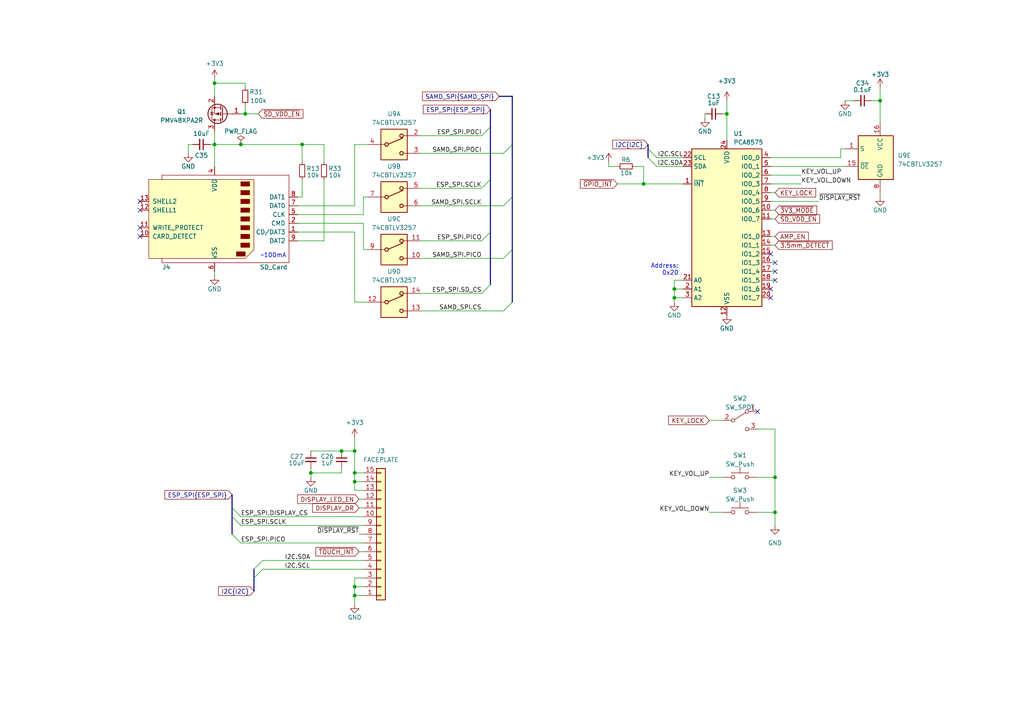
<source format=kicad_sch>
(kicad_sch (version 20230121) (generator eeschema)
  (paper "A4")
  (title_block (title "gay ipod storage + usb interface") (date "2022-09-04") (rev "1"))
  (lib_symbols
    (symbol "74xx:74CBTLV3257"
      (property "Reference" "U" (at 17.78 1.27 0))
      (property "Value" "74CBTLV3257" (at 15.24 -1.27 0))
      (symbol "74CBTLV3257_1_1"
        (rectangle (start -3.81 4.445) (end 3.81 -4.445) (stroke (width 0.254)) (fill (type background)))
        (circle (center -2.159 0) (radius 0.508) (stroke (width 0.254)))
        (polyline (pts (xy -5.08 0) (xy -2.794 0)))
        (polyline (pts (xy -1.651 0.127) (xy 2.54 1.905)) (stroke (width 0.254)))
        (polyline (pts (xy 5.08 -2.54) (xy 2.794 -2.54)))
        (polyline (pts (xy 5.08 2.54) (xy 2.794 2.54)))
        (circle (center 2.159 -2.54) (radius 0.508) (stroke (width 0.254)))
        (circle (center 2.159 2.54) (radius 0.508) (stroke (width 0.254)))
        (pin passive line (at 7.62 2.54 180) (length 2.54) (name "~") (number "2"))
        (pin passive line (at 7.62 -2.54 180) (length 2.54) (name "~") (number "3"))
        (pin passive line (at -7.62 0 0) (length 2.54) (name "~") (number "4"))
      )
      (symbol "74CBTLV3257_2_1"
        (rectangle (start -3.81 4.445) (end 3.81 -4.445) (stroke (width 0.254)) (fill (type background)))
        (circle (center -2.159 0) (radius 0.508) (stroke (width 0.254)))
        (polyline (pts (xy -5.08 0) (xy -2.794 0)))
        (polyline (pts (xy -1.651 0.127) (xy 2.54 1.905)) (stroke (width 0.254)))
        (polyline (pts (xy 5.08 -2.54) (xy 2.794 -2.54)))
        (polyline (pts (xy 5.08 2.54) (xy 2.794 2.54)))
        (circle (center 2.159 -2.54) (radius 0.508) (stroke (width 0.254)))
        (circle (center 2.159 2.54) (radius 0.508) (stroke (width 0.254)))
        (pin passive line (at 7.62 2.54 180) (length 2.54) (name "~") (number "5"))
        (pin passive line (at 7.62 -2.54 180) (length 2.54) (name "~") (number "6"))
        (pin passive line (at -7.62 0 0) (length 2.54) (name "~") (number "7"))
      )
      (symbol "74CBTLV3257_3_1"
        (rectangle (start -3.81 4.445) (end 3.81 -4.445) (stroke (width 0.254)) (fill (type background)))
        (circle (center -2.159 0) (radius 0.508) (stroke (width 0.254)))
        (polyline (pts (xy -5.08 0) (xy -2.794 0)))
        (polyline (pts (xy -1.651 0.127) (xy 2.54 1.905)) (stroke (width 0.254)))
        (polyline (pts (xy 5.08 -2.54) (xy 2.794 -2.54)))
        (polyline (pts (xy 5.08 2.54) (xy 2.794 2.54)))
        (circle (center 2.159 -2.54) (radius 0.508) (stroke (width 0.254)))
        (circle (center 2.159 2.54) (radius 0.508) (stroke (width 0.254)))
        (pin passive line (at 7.62 -2.54 180) (length 2.54) (name "~") (number "10"))
        (pin passive line (at 7.62 2.54 180) (length 2.54) (name "~") (number "11"))
        (pin passive line (at -7.62 0 0) (length 2.54) (name "~") (number "9"))
      )
      (symbol "74CBTLV3257_4_1"
        (rectangle (start -3.81 4.445) (end 3.81 -4.445) (stroke (width 0.254)) (fill (type background)))
        (circle (center -2.159 0) (radius 0.508) (stroke (width 0.254)))
        (polyline (pts (xy -5.08 0) (xy -2.794 0)))
        (polyline (pts (xy -1.651 0.127) (xy 2.54 1.905)) (stroke (width 0.254)))
        (polyline (pts (xy 5.08 -2.54) (xy 2.794 -2.54)))
        (polyline (pts (xy 5.08 2.54) (xy 2.794 2.54)))
        (circle (center 2.159 -2.54) (radius 0.508) (stroke (width 0.254)))
        (circle (center 2.159 2.54) (radius 0.508) (stroke (width 0.254)))
        (pin passive line (at -7.62 0 0) (length 2.54) (name "~") (number "12"))
        (pin passive line (at 7.62 -2.54 180) (length 2.54) (name "~") (number "13"))
        (pin passive line (at 7.62 2.54 180) (length 2.54) (name "~") (number "14"))
      )
      (symbol "74CBTLV3257_5_1"
        (rectangle (start 3.81 6.35) (end -6.35 -6.35) (stroke (width 0.254)) (fill (type background)))
        (pin input line (at -10.16 2.54 0) (length 3.81) (name "S") (number "1"))
        (pin input line (at -10.16 -2.54 0) (length 3.81) (name "~{OE}") (number "15"))
        (pin power_in line (at 0 10.16 270) (length 3.81) (name "VCC") (number "16"))
        (pin power_in line (at 0 -10.16 90) (length 3.81) (name "GND") (number "8"))
      )
    )
    (symbol "Connector_Generic:Conn_01x15" (pin_names (offset 1.016) hide)
      (property "Reference" "J" (at 0 20.32 0))
      (property "Value" "Conn_01x15" (at 0 -20.32 0))
      (symbol "Conn_01x15_1_1"
        (rectangle (start -1.27 -17.653) (end 0 -17.907) (stroke (width 0.1524)))
        (rectangle (start -1.27 -15.113) (end 0 -15.367) (stroke (width 0.1524)))
        (rectangle (start -1.27 -12.573) (end 0 -12.827) (stroke (width 0.1524)))
        (rectangle (start -1.27 -10.033) (end 0 -10.287) (stroke (width 0.1524)))
        (rectangle (start -1.27 -7.493) (end 0 -7.747) (stroke (width 0.1524)))
        (rectangle (start -1.27 -4.953) (end 0 -5.207) (stroke (width 0.1524)))
        (rectangle (start -1.27 -2.413) (end 0 -2.667) (stroke (width 0.1524)))
        (rectangle (start -1.27 0.127) (end 0 -0.127) (stroke (width 0.1524)))
        (rectangle (start -1.27 2.667) (end 0 2.413) (stroke (width 0.1524)))
        (rectangle (start -1.27 5.207) (end 0 4.953) (stroke (width 0.1524)))
        (rectangle (start -1.27 7.747) (end 0 7.493) (stroke (width 0.1524)))
        (rectangle (start -1.27 10.287) (end 0 10.033) (stroke (width 0.1524)))
        (rectangle (start -1.27 12.827) (end 0 12.573) (stroke (width 0.1524)))
        (rectangle (start -1.27 15.367) (end 0 15.113) (stroke (width 0.1524)))
        (rectangle (start -1.27 17.907) (end 0 17.653) (stroke (width 0.1524)))
        (rectangle (start -1.27 19.05) (end 1.27 -19.05) (stroke (width 0.254)) (fill (type background)))
        (pin passive line (at -5.08 17.78 0) (length 3.81) (name "Pin_1") (number "1"))
        (pin passive line (at -5.08 -5.08 0) (length 3.81) (name "Pin_10") (number "10"))
        (pin passive line (at -5.08 -7.62 0) (length 3.81) (name "Pin_11") (number "11"))
        (pin passive line (at -5.08 -10.16 0) (length 3.81) (name "Pin_12") (number "12"))
        (pin passive line (at -5.08 -12.7 0) (length 3.81) (name "Pin_13") (number "13"))
        (pin passive line (at -5.08 -15.24 0) (length 3.81) (name "Pin_14") (number "14"))
        (pin passive line (at -5.08 -17.78 0) (length 3.81) (name "Pin_15") (number "15"))
        (pin passive line (at -5.08 15.24 0) (length 3.81) (name "Pin_2") (number "2"))
        (pin passive line (at -5.08 12.7 0) (length 3.81) (name "Pin_3") (number "3"))
        (pin passive line (at -5.08 10.16 0) (length 3.81) (name "Pin_4") (number "4"))
        (pin passive line (at -5.08 7.62 0) (length 3.81) (name "Pin_5") (number "5"))
        (pin passive line (at -5.08 5.08 0) (length 3.81) (name "Pin_6") (number "6"))
        (pin passive line (at -5.08 2.54 0) (length 3.81) (name "Pin_7") (number "7"))
        (pin passive line (at -5.08 0 0) (length 3.81) (name "Pin_8") (number "8"))
        (pin passive line (at -5.08 -2.54 0) (length 3.81) (name "Pin_9") (number "9"))
      )
    )
    (symbol "Device:C_Small" (pin_numbers hide) (pin_names (offset 0.254) hide)
      (property "Reference" "C" (at 0.254 1.778 0))
      (property "Value" "C_Small" (at 0.254 -2.032 0))
      (symbol "C_Small_0_1"
        (polyline (pts (xy -1.524 -0.508) (xy 1.524 -0.508)) (stroke (width 0.3302)))
        (polyline (pts (xy -1.524 0.508) (xy 1.524 0.508)) (stroke (width 0.3048)))
      )
      (symbol "C_Small_1_1"
        (pin passive line (at 0 2.54 270) (length 2.032) (name "~") (number "1"))
        (pin passive line (at 0 -2.54 90) (length 2.032) (name "~") (number "2"))
      )
    )
    (symbol "Device:Q_PMOS_GSD" (pin_names (offset 0) hide)
      (property "Reference" "Q" (at 5.08 1.27 0))
      (property "Value" "Q_PMOS_GSD" (at 5.08 -1.27 0))
      (symbol "Q_PMOS_GSD_0_1"
        (polyline (pts (xy 0.254 0) (xy -2.54 0)))
        (polyline (pts (xy 0.254 1.905) (xy 0.254 -1.905)) (stroke (width 0.254)))
        (polyline (pts (xy 0.762 -1.27) (xy 0.762 -2.286)) (stroke (width 0.254)))
        (polyline (pts (xy 0.762 0.508) (xy 0.762 -0.508)) (stroke (width 0.254)))
        (polyline (pts (xy 0.762 2.286) (xy 0.762 1.27)) (stroke (width 0.254)))
        (polyline (pts (xy 2.54 2.54) (xy 2.54 1.778)))
        (polyline (pts (xy 2.54 -2.54) (xy 2.54 0) (xy 0.762 0)))
        (polyline (pts (xy 0.762 1.778) (xy 3.302 1.778) (xy 3.302 -1.778) (xy 0.762 -1.778)))
        (polyline (pts (xy 2.286 0) (xy 1.27 0.381) (xy 1.27 -0.381) (xy 2.286 0)) (fill (type outline)))
        (polyline (pts (xy 2.794 -0.508) (xy 2.921 -0.381) (xy 3.683 -0.381) (xy 3.81 -0.254)))
        (polyline (pts (xy 3.302 -0.381) (xy 2.921 0.254) (xy 3.683 0.254) (xy 3.302 -0.381)))
        (circle (center 1.651 0) (radius 2.794) (stroke (width 0.254)))
        (circle (center 2.54 -1.778) (radius 0.254) (fill (type outline)))
        (circle (center 2.54 1.778) (radius 0.254) (fill (type outline)))
      )
      (symbol "Q_PMOS_GSD_1_1"
        (pin input line (at -5.08 0 0) (length 2.54) (name "G") (number "1"))
        (pin passive line (at 2.54 -5.08 90) (length 2.54) (name "S") (number "2"))
        (pin passive line (at 2.54 5.08 270) (length 2.54) (name "D") (number "3"))
      )
    )
    (symbol "Device:R_Small" (pin_numbers hide) (pin_names (offset 0.254) hide)
      (property "Reference" "R" (at 0.762 0.508 0))
      (property "Value" "R_Small" (at 0.762 -1.016 0))
      (symbol "R_Small_0_1"
        (rectangle (start -0.762 1.778) (end 0.762 -1.778) (stroke (width 0.2032)))
      )
      (symbol "R_Small_1_1"
        (pin passive line (at 0 2.54 270) (length 0.762) (name "~") (number "1"))
        (pin passive line (at 0 -2.54 90) (length 0.762) (name "~") (number "2"))
      )
    )
    (symbol "Interface_Expansion:PCA9555D"
      (property "Reference" "U" (at -8.89 24.13 0))
      (property "Value" "PCA9555D" (at 6.35 24.13 0))
      (symbol "PCA9555D_0_1"
        (rectangle (start -10.16 22.86) (end 10.16 -22.86) (stroke (width 0.254)) (fill (type background)))
      )
      (symbol "PCA9555D_1_1"
        (pin open_collector line (at -12.7 12.7 0) (length 2.54) (name "~{INT}") (number "1"))
        (pin bidirectional line (at 12.7 5.08 180) (length 2.54) (name "IO0_6") (number "10"))
        (pin bidirectional line (at 12.7 2.54 180) (length 2.54) (name "IO0_7") (number "11"))
        (pin power_in line (at 0 -25.4 90) (length 2.54) (name "VSS") (number "12"))
        (pin bidirectional line (at 12.7 -2.54 180) (length 2.54) (name "IO1_0") (number "13"))
        (pin bidirectional line (at 12.7 -5.08 180) (length 2.54) (name "IO1_1") (number "14"))
        (pin bidirectional line (at 12.7 -7.62 180) (length 2.54) (name "IO1_2") (number "15"))
        (pin bidirectional line (at 12.7 -10.16 180) (length 2.54) (name "IO1_3") (number "16"))
        (pin bidirectional line (at 12.7 -12.7 180) (length 2.54) (name "IO1_4") (number "17"))
        (pin bidirectional line (at 12.7 -15.24 180) (length 2.54) (name "IO1_5") (number "18"))
        (pin bidirectional line (at 12.7 -17.78 180) (length 2.54) (name "IO1_6") (number "19"))
        (pin input line (at -12.7 -17.78 0) (length 2.54) (name "A1") (number "2"))
        (pin bidirectional line (at 12.7 -20.32 180) (length 2.54) (name "IO1_7") (number "20"))
        (pin input line (at -12.7 -15.24 0) (length 2.54) (name "A0") (number "21"))
        (pin input line (at -12.7 20.32 0) (length 2.54) (name "SCL") (number "22"))
        (pin bidirectional line (at -12.7 17.78 0) (length 2.54) (name "SDA") (number "23"))
        (pin power_in line (at 0 25.4 270) (length 2.54) (name "VDD") (number "24"))
        (pin input line (at -12.7 -20.32 0) (length 2.54) (name "A2") (number "3"))
        (pin bidirectional line (at 12.7 20.32 180) (length 2.54) (name "IO0_0") (number "4"))
        (pin bidirectional line (at 12.7 17.78 180) (length 2.54) (name "IO0_1") (number "5"))
        (pin bidirectional line (at 12.7 15.24 180) (length 2.54) (name "IO0_2") (number "6"))
        (pin bidirectional line (at 12.7 12.7 180) (length 2.54) (name "IO0_3") (number "7"))
        (pin bidirectional line (at 12.7 10.16 180) (length 2.54) (name "IO0_4") (number "8"))
        (pin bidirectional line (at 12.7 7.62 180) (length 2.54) (name "IO0_5") (number "9"))
      )
    )
    (symbol "Switch:SW_Push" (pin_numbers hide) (pin_names (offset 1.016) hide)
      (property "Reference" "SW" (at 1.27 2.54 0))
      (property "Value" "SW_Push" (at 0 -1.524 0))
      (symbol "SW_Push_0_1"
        (circle (center -2.032 0) (radius 0.508))
        (polyline (pts (xy 0 1.27) (xy 0 3.048)))
        (polyline (pts (xy 2.54 1.27) (xy -2.54 1.27)))
        (circle (center 2.032 0) (radius 0.508))
        (pin passive line (at -5.08 0 0) (length 2.54) (name "1") (number "1"))
        (pin passive line (at 5.08 0 180) (length 2.54) (name "2") (number "2"))
      )
    )
    (symbol "Switch:SW_SPDT" (pin_names (offset 0) hide)
      (property "Reference" "SW" (at 0 4.318 0))
      (property "Value" "SW_SPDT" (at 0 -5.08 0))
      (symbol "SW_SPDT_0_0"
        (circle (center -2.032 0) (radius 0.508))
        (circle (center 2.032 -2.54) (radius 0.508))
      )
      (symbol "SW_SPDT_0_1"
        (polyline (pts (xy -1.524 0.254) (xy 1.651 2.286)))
        (circle (center 2.032 2.54) (radius 0.508))
      )
      (symbol "SW_SPDT_1_1"
        (pin passive line (at 5.08 2.54 180) (length 2.54) (name "A") (number "1"))
        (pin passive line (at -5.08 0 0) (length 2.54) (name "B") (number "2"))
        (pin passive line (at 5.08 -2.54 180) (length 2.54) (name "C") (number "3"))
      )
    )
    (symbol "power:+3V3" (power) (pin_names (offset 0))
      (property "Value" "+3V3" (at 0 3.556 0))
      (symbol "+3V3_0_1"
        (polyline (pts (xy -0.762 1.27) (xy 0 2.54)))
        (polyline (pts (xy 0 0) (xy 0 2.54)))
        (polyline (pts (xy 0 2.54) (xy 0.762 1.27)))
      )
      (symbol "+3V3_1_1"
        (pin power_in line (at 0 0 90) (length 0) hide (name "+3V3") (number "1"))
      )
    )
    (symbol "power:GND" (power) (pin_names (offset 0))
      (property "Value" "GND" (at 0 -3.81 0))
      (symbol "GND_0_1"
        (polyline (pts (xy 0 0) (xy 0 -1.27) (xy 1.27 -1.27) (xy 0 -2.54) (xy -1.27 -1.27) (xy 0 -1.27)))
      )
      (symbol "GND_1_1"
        (pin power_in line (at 0 0 270) (length 0) hide (name "GND") (number "1"))
      )
    )
    (symbol "power:PWR_FLAG" (power) (pin_numbers hide) (pin_names (offset 0) hide)
      (property "Value" "PWR_FLAG" (at 0 3.81 0))
      (symbol "PWR_FLAG_0_0"
        (pin power_out line (at 0 0 90) (length 0) (name "pwr") (number "1"))
      )
      (symbol "PWR_FLAG_0_1"
        (polyline (pts (xy 0 0) (xy 0 1.27) (xy -1.016 1.905) (xy 0 2.54) (xy 1.016 1.905) (xy 0 1.27)))
      )
    )
    (symbol "symbols:SD_Card" (pin_names (offset 1.016))
      (property "Reference" "J" (at -16.51 13.97 0))
      (property "Value" "SD_Card" (at 15.24 -13.97 0))
      (symbol "SD_Card_0_1"
        (rectangle (start -8.89 -9.525) (end -6.35 -10.795) (fill (type outline)))
        (rectangle (start -8.89 -6.985) (end -6.35 -8.255) (fill (type outline)))
        (rectangle (start -8.89 -4.445) (end -6.35 -5.715) (fill (type outline)))
        (rectangle (start -8.89 -1.905) (end -6.35 -3.175) (fill (type outline)))
        (rectangle (start -8.89 0.635) (end -6.35 -0.635) (fill (type outline)))
        (rectangle (start -8.89 3.175) (end -6.35 1.905) (fill (type outline)))
        (rectangle (start -8.89 5.715) (end -6.35 4.445) (fill (type outline)))
        (rectangle (start -8.89 8.255) (end -6.35 6.985) (fill (type outline)))
        (rectangle (start -7.62 10.795) (end -5.08 9.525) (fill (type outline)))
        (polyline (pts (xy -10.16 8.89) (xy -7.62 11.43) (xy 20.32 11.43) (xy 20.32 -11.43) (xy -10.16 -11.43) (xy -10.16 8.89)) (fill (type background)))
        (polyline (pts (xy 16.51 11.43) (xy 16.51 12.7) (xy -20.32 12.7) (xy -20.32 -12.7) (xy 16.51 -12.7) (xy 16.51 -11.43)))
      )
      (symbol "SD_Card_1_1"
        (pin input line (at -22.86 3.81 0) (length 2.54) (name "CD/DAT3") (number "1"))
        (pin input line (at 22.86 5.08 180) (length 2.54) (name "CARD_DETECT") (number "10"))
        (pin input line (at 22.86 2.54 180) (length 2.54) (name "WRITE_PROTECT") (number "11"))
        (pin input line (at 22.86 -2.54 180) (length 2.54) (name "SHELL1") (number "12"))
        (pin input line (at 22.86 -5.08 180) (length 2.54) (name "SHELL2") (number "13"))
        (pin input line (at -22.86 1.27 0) (length 2.54) (name "CMD") (number "2"))
        (pin power_in line (at 1.27 15.24 270) (length 2.54) hide (name "VSS") (number "3"))
        (pin power_in line (at 1.27 -15.24 90) (length 2.54) (name "VDD") (number "4"))
        (pin input line (at -22.86 -1.27 0) (length 2.54) (name "CLK") (number "5"))
        (pin power_in line (at 1.27 15.24 270) (length 2.54) (name "VSS") (number "6"))
        (pin input line (at -22.86 -3.81 0) (length 2.54) (name "DAT0") (number "7"))
        (pin input line (at -22.86 -6.35 0) (length 2.54) (name "DAT1") (number "8"))
        (pin input line (at -22.86 6.35 0) (length 2.54) (name "DAT2") (number "9"))
      )
    )
  )
  (junction (at 195.58 86.36))
  (junction (at 102.87 139.7))
  (junction (at 99.06 130.81))
  (junction (at 102.87 170.18))
  (junction (at 62.23 24.13))
  (junction (at 102.87 172.72))
  (junction (at 255.27 29.21))
  (junction (at 69.85 41.91))
  (junction (at 224.79 148.59))
  (junction (at 102.87 137.16))
  (junction (at 210.82 33.02))
  (junction (at 87.63 41.91))
  (junction (at 195.58 83.82))
  (junction (at 62.23 41.91))
  (junction (at 224.79 138.43))
  (junction (at 71.12 33.02))
  (junction (at 90.17 137.16))
  (junction (at 102.87 130.81))
  (junction (at 186.69 53.34))
  (no_connect (at 224.79 76.2))
  (no_connect (at 224.79 78.74))
  (no_connect (at 40.64 58.42))
  (no_connect (at 40.64 66.04))
  (no_connect (at 224.79 81.28))
  (no_connect (at 223.52 86.36))
  (no_connect (at 40.64 68.58))
  (no_connect (at 223.52 73.66))
  (no_connect (at 219.71 119.38))
  (no_connect (at 40.64 60.96))
  (no_connect (at 223.52 83.82))
  (bus_entry (at 69.85 152.4) (size -2.54 -2.54))
  (bus_entry (at 187.96 43.18) (size 2.54 2.54))
  (bus_entry (at 139.7 69.85) (size 2.54 -2.54))
  (bus_entry (at 139.7 85.09) (size 2.54 -2.54))
  (bus_entry (at 139.7 39.37) (size 2.54 -2.54))
  (bus_entry (at 139.7 54.61) (size 2.54 -2.54))
  (bus_entry (at 187.96 45.72) (size 2.54 2.54))
  (bus_entry (at 146.05 44.45) (size 2.54 -2.54))
  (bus_entry (at 146.05 74.93) (size 2.54 -2.54))
  (bus_entry (at 146.05 59.69) (size 2.54 -2.54))
  (bus_entry (at 69.85 157.48) (size -2.54 -2.54))
  (bus_entry (at 73.66 165.1) (size 2.54 -2.54))
  (bus_entry (at 73.66 167.64) (size 2.54 -2.54))
  (bus_entry (at 146.05 90.17) (size 2.54 -2.54))
  (bus_entry (at 69.85 149.86) (size -2.54 -2.54))
  (wire (pts (xy 195.58 83.82) (xy 195.58 86.36)))
  (wire (pts (xy 195.58 86.36) (xy 195.58 87.63)))
  (bus (pts (xy 67.31 147.32) (xy 67.31 149.86)))
  (wire (pts (xy 224.79 138.43) (xy 224.79 148.59)))
  (wire (pts (xy 69.85 149.86) (xy 105.41 149.86)))
  (wire (pts (xy 219.71 124.46) (xy 224.79 124.46)))
  (wire (pts (xy 237.49 58.42) (xy 223.52 58.42)))
  (bus (pts (xy 144.78 27.94) (xy 148.59 27.94)))
  (wire (pts (xy 90.17 130.81) (xy 99.06 130.81)))
  (wire (pts (xy 54.61 41.91) (xy 54.61 44.45)))
  (wire (pts (xy 102.87 172.72) (xy 105.41 172.72)))
  (bus (pts (xy 73.66 165.1) (xy 73.66 167.64)))
  (wire (pts (xy 62.23 80.01) (xy 62.23 78.74)))
  (wire (pts (xy 255.27 25.4) (xy 255.27 29.21)))
  (wire (pts (xy 210.82 29.21) (xy 210.82 33.02)))
  (wire (pts (xy 102.87 41.91) (xy 102.87 59.69)))
  (wire (pts (xy 74.93 33.02) (xy 71.12 33.02)))
  (wire (pts (xy 104.14 147.32) (xy 105.41 147.32)))
  (wire (pts (xy 186.69 48.26) (xy 186.69 53.34)))
  (wire (pts (xy 87.63 41.91) (xy 93.98 41.91)))
  (bus (pts (xy 142.24 36.83) (xy 142.24 52.07)))
  (wire (pts (xy 224.79 78.74) (xy 223.52 78.74)))
  (wire (pts (xy 243.84 45.72) (xy 243.84 43.18)))
  (wire (pts (xy 71.12 30.48) (xy 71.12 33.02)))
  (wire (pts (xy 224.79 124.46) (xy 224.79 138.43)))
  (wire (pts (xy 184.15 48.26) (xy 186.69 48.26)))
  (wire (pts (xy 223.52 53.34) (xy 232.41 53.34)))
  (wire (pts (xy 179.07 53.34) (xy 186.69 53.34)))
  (wire (pts (xy 87.63 41.91) (xy 87.63 46.99)))
  (wire (pts (xy 105.41 64.77) (xy 105.41 72.39)))
  (wire (pts (xy 102.87 175.26) (xy 102.87 172.72)))
  (wire (pts (xy 69.85 152.4) (xy 105.41 152.4)))
  (wire (pts (xy 190.5 48.26) (xy 198.12 48.26)))
  (wire (pts (xy 102.87 170.18) (xy 102.87 172.72)))
  (wire (pts (xy 99.06 137.16) (xy 90.17 137.16)))
  (wire (pts (xy 102.87 67.31) (xy 102.87 87.63)))
  (wire (pts (xy 121.92 90.17) (xy 146.05 90.17)))
  (wire (pts (xy 176.53 48.26) (xy 179.07 48.26)))
  (wire (pts (xy 86.36 59.69) (xy 102.87 59.69)))
  (wire (pts (xy 224.79 60.96) (xy 223.52 60.96)))
  (bus (pts (xy 142.24 67.31) (xy 142.24 82.55)))
  (wire (pts (xy 198.12 83.82) (xy 195.58 83.82)))
  (wire (pts (xy 198.12 81.28) (xy 195.58 81.28)))
  (wire (pts (xy 219.71 138.43) (xy 224.79 138.43)))
  (wire (pts (xy 209.55 33.02) (xy 210.82 33.02)))
  (bus (pts (xy 148.59 27.94) (xy 148.59 41.91)))
  (wire (pts (xy 62.23 38.1) (xy 62.23 41.91)))
  (wire (pts (xy 105.41 72.39) (xy 106.68 72.39)))
  (wire (pts (xy 99.06 135.89) (xy 99.06 137.16)))
  (bus (pts (xy 187.96 41.91) (xy 187.96 43.18)))
  (wire (pts (xy 104.14 154.94) (xy 105.41 154.94)))
  (wire (pts (xy 102.87 87.63) (xy 106.68 87.63)))
  (wire (pts (xy 224.79 71.12) (xy 223.52 71.12)))
  (wire (pts (xy 69.85 41.91) (xy 87.63 41.91)))
  (wire (pts (xy 224.79 76.2) (xy 223.52 76.2)))
  (wire (pts (xy 224.79 63.5) (xy 223.52 63.5)))
  (wire (pts (xy 245.11 29.21) (xy 247.65 29.21)))
  (wire (pts (xy 90.17 138.43) (xy 90.17 137.16)))
  (wire (pts (xy 223.52 50.8) (xy 232.41 50.8)))
  (wire (pts (xy 105.41 62.23) (xy 105.41 57.15)))
  (wire (pts (xy 62.23 22.86) (xy 62.23 24.13)))
  (wire (pts (xy 243.84 43.18) (xy 245.11 43.18)))
  (wire (pts (xy 223.52 45.72) (xy 243.84 45.72)))
  (wire (pts (xy 121.92 85.09) (xy 139.7 85.09)))
  (wire (pts (xy 102.87 137.16) (xy 105.41 137.16)))
  (wire (pts (xy 186.69 53.34) (xy 198.12 53.34)))
  (wire (pts (xy 121.92 69.85) (xy 139.7 69.85)))
  (wire (pts (xy 62.23 24.13) (xy 62.23 27.94)))
  (wire (pts (xy 121.92 44.45) (xy 146.05 44.45)))
  (wire (pts (xy 104.14 160.02) (xy 105.41 160.02)))
  (wire (pts (xy 76.2 165.1) (xy 105.41 165.1)))
  (bus (pts (xy 187.96 43.18) (xy 187.96 45.72)))
  (wire (pts (xy 60.96 41.91) (xy 62.23 41.91)))
  (wire (pts (xy 204.47 33.02) (xy 204.47 34.29)))
  (wire (pts (xy 176.53 46.99) (xy 176.53 48.26)))
  (wire (pts (xy 93.98 46.99) (xy 93.98 41.91)))
  (wire (pts (xy 62.23 41.91) (xy 69.85 41.91)))
  (wire (pts (xy 224.79 68.58) (xy 223.52 68.58)))
  (bus (pts (xy 148.59 57.15) (xy 148.59 72.39)))
  (wire (pts (xy 71.12 25.4) (xy 71.12 24.13)))
  (wire (pts (xy 102.87 142.24) (xy 102.87 139.7)))
  (wire (pts (xy 255.27 29.21) (xy 255.27 35.56)))
  (wire (pts (xy 90.17 137.16) (xy 90.17 135.89)))
  (wire (pts (xy 105.41 139.7) (xy 102.87 139.7)))
  (wire (pts (xy 255.27 57.15) (xy 255.27 55.88)))
  (wire (pts (xy 55.88 41.91) (xy 54.61 41.91)))
  (wire (pts (xy 121.92 74.93) (xy 146.05 74.93)))
  (bus (pts (xy 67.31 149.86) (xy 67.31 154.94)))
  (bus (pts (xy 142.24 31.75) (xy 142.24 36.83)))
  (wire (pts (xy 76.2 162.56) (xy 105.41 162.56)))
  (wire (pts (xy 121.92 59.69) (xy 146.05 59.69)))
  (wire (pts (xy 87.63 52.07) (xy 87.63 57.15)))
  (wire (pts (xy 210.82 33.02) (xy 210.82 40.64)))
  (wire (pts (xy 71.12 33.02) (xy 69.85 33.02)))
  (wire (pts (xy 71.12 24.13) (xy 62.23 24.13)))
  (bus (pts (xy 142.24 52.07) (xy 142.24 67.31)))
  (wire (pts (xy 104.14 144.78) (xy 105.41 144.78)))
  (wire (pts (xy 93.98 52.07) (xy 93.98 69.85)))
  (wire (pts (xy 106.68 41.91) (xy 102.87 41.91)))
  (wire (pts (xy 86.36 57.15) (xy 87.63 57.15)))
  (wire (pts (xy 102.87 130.81) (xy 99.06 130.81)))
  (wire (pts (xy 102.87 127) (xy 102.87 130.81)))
  (wire (pts (xy 86.36 64.77) (xy 105.41 64.77)))
  (wire (pts (xy 105.41 142.24) (xy 102.87 142.24)))
  (wire (pts (xy 252.73 29.21) (xy 255.27 29.21)))
  (wire (pts (xy 102.87 167.64) (xy 102.87 170.18)))
  (wire (pts (xy 86.36 67.31) (xy 102.87 67.31)))
  (wire (pts (xy 121.92 39.37) (xy 139.7 39.37)))
  (wire (pts (xy 121.92 54.61) (xy 139.7 54.61)))
  (bus (pts (xy 67.31 143.51) (xy 67.31 147.32)))
  (wire (pts (xy 86.36 62.23) (xy 105.41 62.23)))
  (wire (pts (xy 190.5 45.72) (xy 198.12 45.72)))
  (wire (pts (xy 105.41 57.15) (xy 106.68 57.15)))
  (wire (pts (xy 224.79 81.28) (xy 223.52 81.28)))
  (wire (pts (xy 219.71 148.59) (xy 224.79 148.59)))
  (bus (pts (xy 73.66 167.64) (xy 73.66 171.45)))
  (wire (pts (xy 62.23 48.26) (xy 62.23 41.91)))
  (wire (pts (xy 102.87 139.7) (xy 102.87 137.16)))
  (wire (pts (xy 198.12 86.36) (xy 195.58 86.36)))
  (wire (pts (xy 224.79 148.59) (xy 224.79 152.4)))
  (wire (pts (xy 195.58 81.28) (xy 195.58 83.82)))
  (wire (pts (xy 102.87 130.81) (xy 102.87 137.16)))
  (wire (pts (xy 205.74 138.43) (xy 209.55 138.43)))
  (wire (pts (xy 223.52 48.26) (xy 245.11 48.26)))
  (bus (pts (xy 148.59 41.91) (xy 148.59 57.15)))
  (wire (pts (xy 224.79 55.88) (xy 223.52 55.88)))
  (wire (pts (xy 105.41 170.18) (xy 102.87 170.18)))
  (wire (pts (xy 86.36 69.85) (xy 93.98 69.85)))
  (wire (pts (xy 105.41 167.64) (xy 102.87 167.64)))
  (wire (pts (xy 205.74 148.59) (xy 209.55 148.59)))
  (bus (pts (xy 148.59 72.39) (xy 148.59 87.63)))
  (wire (pts (xy 69.85 157.48) (xy 105.41 157.48)))
  (wire (pts (xy 205.74 121.92) (xy 209.55 121.92)))
  (text "~100mA" (at 75.565 74.93 0) (effects (font (size 1.27 1.27)) (justify left bottom)))
  (text "Address:\n0x20" (at 196.85 80.01 0) (effects (font (size 1.27 1.27)) (justify right bottom)))
  (label "SAMD_SPI.POCI" (at 139.7 44.45 180))
  (label "I2C.SDA" (at 82.55 162.56 0))
  (label "I2C.SCL" (at 198.12 45.72 180))
  (label "SAMD_SPI.PICO" (at 139.7 74.93 180))
  (label "ESP_SPI.PICO" (at 139.7 69.85 180))
  (label "ESP_SPI.SD_CS" (at 139.7 85.09 180))
  (label "ESP_SPI.POCI" (at 139.7 39.37 180))
  (label "ESP_SPI.PICO" (at 69.85 157.48 0))
  (label "KEY_VOL_UP" (at 205.74 138.43 180) (property "Intersheetrefs" "${INTERSHEET_REFS}" (effects hide)))
  (label "SAMD_SPI.SCLK" (at 139.7 59.69 180))
  (label "~{DISPLAY_RST}" (at 104.14 154.94 180) (property "Intersheetrefs" "${INTERSHEET_REFS}" (effects hide)))
  (label "ESP_SPI.DISPLAY_CS" (at 69.85 149.86 0))
  (label "SAMD_SPI.CS" (at 139.7 90.17 180))
  (label "ESP_SPI.SCLK" (at 69.85 152.4 0))
  (label "KEY_VOL_UP" (at 232.41 50.8 0) (property "Intersheetrefs" "${INTERSHEET_REFS}" (effects hide)))
  (label "I2C.SDA" (at 198.12 48.26 180))
  (label "KEY_VOL_DOWN" (at 205.74 148.59 180) (property "Intersheetrefs" "${INTERSHEET_REFS}" (effects hide)))
  (label "KEY_VOL_DOWN" (at 232.41 53.34 0) (property "Intersheetrefs" "${INTERSHEET_REFS}" (effects hide)))
  (label "~{DISPLAY_RST}" (at 237.49 58.42 0) (property "Intersheetrefs" "${INTERSHEET_REFS}" (effects hide)))
  (label "ESP_SPI.SCLK" (at 139.7 54.61 180))
  (label "I2C.SCL" (at 82.55 165.1 0))
  (global_label "ESP_SPI{ESP_SPI}" (shape input) (at 142.24 31.75 180) (property "Intersheetrefs" "${INTERSHEET_REFS}" (effects hide)))
  (global_label "DISPLAY_LED_EN" (shape input) (at 104.14 144.78 180) (property "Intersheetrefs" "${INTERSHEET_REFS}" (effects hide)))
  (global_label "KEY_LOCK" (shape input) (at 205.74 121.92 180) (property "Intersheetrefs" "${INTERSHEET_REFS}" (effects hide)))
  (global_label "KEY_LOCK" (shape input) (at 224.79 55.88 0) (property "Intersheetrefs" "${INTERSHEET_REFS}" (effects hide)))
  (global_label "I2C{I2C}" (shape input) (at 73.66 171.45 180) (property "Intersheetrefs" "${INTERSHEET_REFS}" (effects hide)))
  (global_label "SAMD_SPI{SAMD_SPI}" (shape input) (at 144.78 27.94 180) (property "Intersheetrefs" "${INTERSHEET_REFS}" (effects hide)))
  (global_label "~{SD_VDD_EN}" (shape input) (at 74.93 33.02 0) (property "Intersheetrefs" "${INTERSHEET_REFS}" (effects hide)))
  (global_label "~{TOUCH_INT}" (shape input) (at 104.14 160.02 180) (property "Intersheetrefs" "${INTERSHEET_REFS}" (effects hide)))
  (global_label "I2C{I2C}" (shape input) (at 187.96 41.91 180) (property "Intersheetrefs" "${INTERSHEET_REFS}" (effects hide)))
  (global_label "~{SD_VDD_EN}" (shape input) (at 224.79 63.5 0) (property "Intersheetrefs" "${INTERSHEET_REFS}" (effects hide)))
  (global_label "ESP_SPI{ESP_SPI}" (shape input) (at 67.31 143.51 180) (property "Intersheetrefs" "${INTERSHEET_REFS}" (effects hide)))
  (global_label "DISPLAY_DR" (shape input) (at 104.14 147.32 180) (property "Intersheetrefs" "${INTERSHEET_REFS}" (effects hide)))
  (global_label "~{GPIO_INT}" (shape input) (at 179.07 53.34 180) (property "Intersheetrefs" "${INTERSHEET_REFS}" (effects hide)))
  (global_label "~{3.5mm_DETECT}" (shape input) (at 224.79 71.12 0) (property "Intersheetrefs" "${INTERSHEET_REFS}" (effects hide)))
  (global_label "~{3V3_MODE}" (shape input) (at 224.79 60.96 0) (property "Intersheetrefs" "${INTERSHEET_REFS}" (effects hide)))
  (global_label "AMP_EN" (shape input) (at 224.79 68.58 0) (property "Intersheetrefs" "${INTERSHEET_REFS}" (effects hide)))
  (symbol (lib_id "Device:R_Small") (at 87.63 49.53 0) (unit 1)
    (property "Reference" "R13" (at 90.805 48.895 0))
    (property "Value" "10k" (at 90.805 50.8 0))
    (property "Footprint" "Resistor_SMD:R_0603_1608Metric" (effects hide))
    (property "MPN" "AC0603JR-0710KL" (effects hide))
  )
  (symbol (lib_id "power:GND") (at 224.79 152.4 0) (unit 1)
    (property "Reference" "#PWR0413" (effects hide))
    (property "Value" "GND" (at 224.79 157.48 0))
  )
  (symbol (lib_id "Device:C_Small") (at 250.19 29.21 270) (unit 1)
    (property "Reference" "C34" (at 250.19 24.13 90))
    (property "Value" "0.1uF" (at 250.19 26.035 90))
    (property "Footprint" "Capacitor_SMD:C_0805_2012Metric" (effects hide))
    (property "MPN" "0805YD104KAT2A" (effects hide))
  )
  (symbol (lib_id "Interface_Expansion:PCA9555D") (at 210.82 66.04 0) (unit 1)
    (property "Reference" "U1" (at 212.725 38.735 0) (effects (justify left)))
    (property "Value" "PCA8575" (at 212.725 41.275 0) (effects (justify left)))
    (property "Footprint" "Package_SO:SSOP-24_3.9x8.7mm_P0.635mm" (effects hide))
    (property "Datasheet" "https://www.nxp.com/docs/en/data-sheet/PCA9555.pdf" (effects hide))
    (property "MPN" "PCA8575" (effects hide))
  )
  (symbol (lib_id "Device:R_Small") (at 93.98 49.53 0) (unit 1)
    (property "Reference" "R33" (at 97.155 48.895 0))
    (property "Value" "10k" (at 97.155 50.8 0))
    (property "Footprint" "Resistor_SMD:R_0603_1608Metric" (effects hide))
    (property "MPN" "AC0603JR-0710KL" (effects hide))
  )
  (symbol (lib_id "Switch:SW_SPDT") (at 214.63 121.92 0) (unit 1)
    (property "Reference" "SW2" (at 214.63 115.57 0))
    (property "Value" "SW_SPDT" (at 214.63 118.11 0))
    (property "Footprint" "Button_Switch_SMD:SW_SPDT_CK-JS102011SAQN" (effects hide))
    (property "MPN" "JS102011SAQN" (effects hide))
  )
  (symbol (lib_id "power:GND") (at 204.47 34.29 0) (unit 1)
    (property "Reference" "#PWR0410" (effects hide))
    (property "Value" "GND" (at 204.47 38.1 0))
  )
  (symbol (lib_id "Device:C_Small") (at 207.01 33.02 270) (unit 1)
    (property "Reference" "C13" (at 207.01 27.94 90))
    (property "Value" "1uF" (at 207.01 29.845 90))
    (property "Footprint" "Capacitor_SMD:C_0805_2012Metric" (effects hide))
    (property "MPN" "EMK212BJ105KG-T" (effects hide))
  )
  (symbol (lib_id "power:GND") (at 54.61 44.45 0) (unit 1)
    (property "Reference" "#PWR0402" (effects hide))
    (property "Value" "GND" (at 54.61 48.26 0))
  )
  (symbol (lib_id "Connector_Generic:Conn_01x15") (at 110.49 154.94 0) (mirror x) (unit 1)
    (property "Reference" "J3" (at 110.49 130.81 0))
    (property "Value" "FACEPLATE" (at 110.49 133.35 0))
    (property "Footprint" "footprints:molex_5052781533" (effects hide))
    (property "MPN" "5052781533" (effects hide))
  )
  (symbol (lib_id "74xx:74CBTLV3257") (at 114.3 87.63 0) (unit 4)
    (property "Reference" "U9" (at 114.3 78.74 0))
    (property "Value" "74CBTLV3257" (at 114.3 81.28 0))
    (property "Footprint" "Package_SO:TSSOP-16_4.4x5mm_P0.65mm" (effects hide))
    (property "Datasheet" "http://www.ti.com/lit/ds/symlink/sn74cbtlv3257.pdf" (effects hide))
    (property "MPN" "74CBTLV3257PW-Q10J" (effects hide))
  )
  (symbol (lib_id "power:+3V3") (at 255.27 25.4 0) (unit 1)
    (property "Reference" "#PWR0416" (effects hide))
    (property "Value" "+3V3" (at 255.27 21.59 0))
  )
  (symbol (lib_id "74xx:74CBTLV3257") (at 114.3 41.91 0) (unit 1)
    (property "Reference" "U9" (at 114.3 33.02 0))
    (property "Value" "74CBTLV3257" (at 114.3 35.56 0))
    (property "Footprint" "Package_SO:TSSOP-16_4.4x5mm_P0.65mm" (effects hide))
    (property "Datasheet" "http://www.ti.com/lit/ds/symlink/sn74cbtlv3257.pdf" (effects hide))
    (property "MPN" "74CBTLV3257PW-Q10J" (effects hide))
  )
  (symbol (lib_id "74xx:74CBTLV3257") (at 114.3 72.39 0) (unit 3)
    (property "Reference" "U9" (at 114.3 63.5 0))
    (property "Value" "74CBTLV3257" (at 114.3 66.04 0))
    (property "Footprint" "Package_SO:TSSOP-16_4.4x5mm_P0.65mm" (effects hide))
    (property "Datasheet" "http://www.ti.com/lit/ds/symlink/sn74cbtlv3257.pdf" (effects hide))
    (property "MPN" "74CBTLV3257PW-Q10J" (effects hide))
  )
  (symbol (lib_id "Switch:SW_Push") (at 214.63 138.43 0) (unit 1)
    (property "Reference" "SW1" (at 214.63 132.08 0))
    (property "Value" "SW_Push" (at 214.63 134.62 0))
    (property "Footprint" "Button_Switch_THT:SW_SPST_Omron_B3F-315x_Angled" (effects hide))
    (property "MPN" "B3F-3150" (effects hide))
  )
  (symbol (lib_id "power:GND") (at 255.27 57.15 0) (unit 1)
    (property "Reference" "#PWR0417" (effects hide))
    (property "Value" "GND" (at 255.27 60.96 0))
  )
  (symbol (lib_id "power:GND") (at 245.11 29.21 0) (unit 1)
    (property "Reference" "#PWR0415" (effects hide))
    (property "Value" "GND" (at 245.11 33.02 0))
  )
  (symbol (lib_id "power:GND") (at 90.17 138.43 0) (unit 1)
    (property "Reference" "#PWR0405" (effects hide))
    (property "Value" "GND" (at 90.17 142.24 0))
  )
  (symbol (lib_id "74xx:74CBTLV3257") (at 255.27 45.72 0) (unit 5)
    (property "Reference" "U9" (at 260.35 45.085 0) (effects (justify left)))
    (property "Value" "74CBTLV3257" (at 260.35 47.625 0) (effects (justify left)))
    (property "Footprint" "Package_SO:TSSOP-16_4.4x5mm_P0.65mm" (effects hide))
    (property "Datasheet" "http://www.ti.com/lit/ds/symlink/sn74cbtlv3257.pdf" (effects hide))
    (property "MPN" "74CBTLV3257PW-Q10J" (effects hide))
  )
  (symbol (lib_id "Device:C_Small") (at 99.06 133.35 0) (unit 1)
    (property "Reference" "C26" (at 94.9325 132.3975 0))
    (property "Value" "1uF" (at 94.9325 134.3025 0))
    (property "Footprint" "Capacitor_SMD:C_0805_2012Metric" (effects hide))
    (property "MPN" "EMK212BJ105KG-T" (effects hide))
  )
  (symbol (lib_id "power:PWR_FLAG") (at 69.85 41.91 0) (unit 1)
    (property "Reference" "#FLG0203" (effects hide))
    (property "Value" "PWR_FLAG" (at 69.85 38.1 0))
    (instances (project "gay-ipod" (path "" (reference "#FLG0203") (unit 1)) (path "" (reference "#FLG0102") (unit 1)) (path "" (reference "#FLG0401") (unit 1))))
  )
  (symbol (lib_id "power:+3V3") (at 102.87 127 0) (unit 1)
    (property "Reference" "#PWR0406" (effects hide))
    (property "Value" "+3V3" (at 102.87 122.555 0))
  )
  (symbol (lib_id "Switch:SW_Push") (at 214.63 148.59 0) (unit 1)
    (property "Reference" "SW3" (at 214.63 142.24 0))
    (property "Value" "SW_Push" (at 214.63 144.78 0))
    (property "Footprint" "Button_Switch_THT:SW_SPST_Omron_B3F-315x_Angled" (effects hide))
    (property "MPN" "B3F-3150" (effects hide))
  )
  (symbol (lib_id "Device:R_Small") (at 71.12 27.94 180) (unit 1)
    (property "Reference" "R31" (at 74.295 26.67 0))
    (property "Value" "100k" (at 74.93 29.21 0))
    (property "Footprint" "Resistor_SMD:R_0603_1608Metric" (effects hide))
    (property "MPN" "RC0603JR-10100KL" (effects hide))
  )
  (symbol (lib_id "power:+3V3") (at 62.23 22.86 0) (unit 1)
    (property "Reference" "#PWR0403" (effects hide))
    (property "Value" "+3V3" (at 62.23 18.415 0))
  )
  (symbol (lib_id "power:GND") (at 102.87 175.26 0) (unit 1)
    (property "Reference" "#PWR0407" (effects hide))
    (property "Value" "GND" (at 102.87 179.07 0))
  )
  (symbol (lib_id "Device:R_Small") (at 181.61 48.26 90) (unit 1)
    (property "Reference" "R6" (at 182.88 46.355 90) (effects (justify left)))
    (property "Value" "10k" (at 183.515 50.165 90) (effects (justify left)))
    (property "Footprint" "Capacitor_SMD:C_0603_1608Metric" (effects hide))
    (property "MPN" "AC0603JR-0710KL" (effects hide))
  )
  (symbol (lib_id "power:GND") (at 210.82 91.44 0) (unit 1)
    (property "Reference" "#PWR0412" (effects hide))
    (property "Value" "GND" (at 210.82 95.25 0))
  )
  (symbol (lib_id "symbols:SD_Card") (at 63.5 63.5 180) (unit 1)
    (property "Reference" "J4" (at 48.26 77.47 0))
    (property "Value" "SD_Card" (at 79.375 77.47 0))
    (property "Footprint" "Connector_Card:SD_Hirose_DM1AA_SF_PEJ82" (effects hide))
    (property "Datasheet" "http://portal.fciconnect.com/Comergent//fci/drawing/10067847.pdf" (effects hide))
    (property "MPN" "DM1AA-SF-PEJ(82) " (effects hide))
  )
  (symbol (lib_id "Device:Q_PMOS_GSD") (at 64.77 33.02 180) (unit 1)
    (property "Reference" "Q1" (at 52.705 32.385 0))
    (property "Value" "PMV48XPA2R" (at 52.705 34.925 0))
    (property "Footprint" "Package_TO_SOT_SMD:SOT-23" (effects hide))
    (property "MPN" "PMV48XPA2R" (effects hide))
  )
  (symbol (lib_id "74xx:74CBTLV3257") (at 114.3 57.15 0) (unit 2)
    (property "Reference" "U9" (at 114.3 48.26 0))
    (property "Value" "74CBTLV3257" (at 114.3 50.8 0))
    (property "Footprint" "Package_SO:TSSOP-16_4.4x5mm_P0.65mm" (effects hide))
    (property "Datasheet" "http://www.ti.com/lit/ds/symlink/sn74cbtlv3257.pdf" (effects hide))
    (property "MPN" "74CBTLV3257PW-Q10J" (effects hide))
  )
  (symbol (lib_id "power:+3V3") (at 210.82 29.21 0) (unit 1)
    (property "Reference" "#PWR0411" (effects hide))
    (property "Value" "+3V3" (at 210.82 23.495 0))
  )
  (symbol (lib_id "Device:C_Small") (at 90.17 133.35 0) (unit 1)
    (property "Reference" "C27" (at 86.0425 132.3975 0))
    (property "Value" "10uF" (at 86.0425 134.3025 0))
    (property "Footprint" "Capacitor_SMD:C_0805_2012Metric" (effects hide))
    (property "MPN" "EMK212ABJ106KG-T" (effects hide))
  )
  (symbol (lib_id "power:GND") (at 62.23 80.01 0) (unit 1)
    (property "Reference" "#PWR0404" (effects hide))
    (property "Value" "GND" (at 62.23 83.82 0))
  )
  (symbol (lib_id "power:+3V3") (at 176.53 46.99 0) (unit 1)
    (property "Reference" "#PWR0408" (effects hide))
    (property "Value" "+3V3" (at 172.72 45.72 0))
  )
  (symbol (lib_id "power:GND") (at 195.58 87.63 0) (unit 1)
    (property "Reference" "#PWR0409" (effects hide))
    (property "Value" "GND" (at 195.58 91.44 0))
  )
  (symbol (lib_id "Device:C_Small") (at 58.42 41.91 270) (unit 1)
    (property "Reference" "C35" (at 58.42 45.085 90))
    (property "Value" "10uF" (at 58.42 38.735 90))
    (property "Footprint" "Capacitor_SMD:C_0805_2012Metric" (effects hide))
    (property "MPN" "EMK212ABJ106KG-T" (effects hide))
  )
)
</source>
